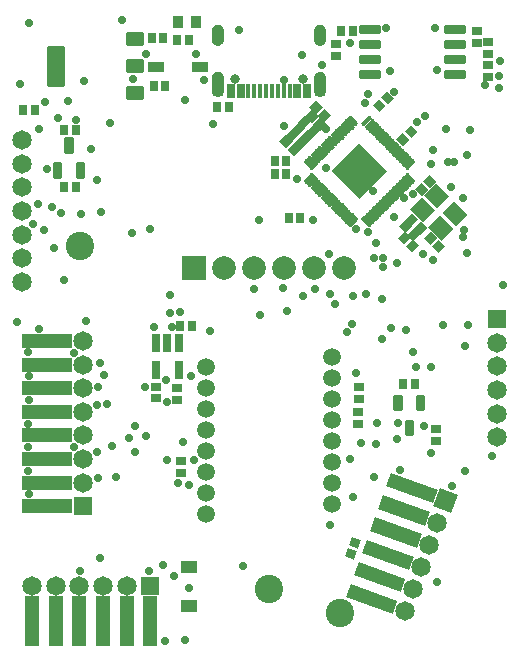
<source format=gbs>
G04 EAGLE Gerber RS-274X export*
G75*
%MOMM*%
%FSLAX34Y34*%
%LPD*%
%INSoldermask Bottom*%
%IPPOS*%
%AMOC8*
5,1,8,0,0,1.08239X$1,22.5*%
G01*
G04 Define Apertures*
%ADD10C,2.403200*%
%ADD11C,1.643200*%
%ADD12R,0.832300X0.763200*%
%ADD13R,0.763200X0.832300*%
%ADD14R,1.643200X1.643200*%
%ADD15R,4.203200X1.203200*%
%ADD16R,1.643200X1.643200*%
%ADD17R,1.203200X4.203200*%
%ADD18R,1.423200X1.113200*%
%ADD19R,0.400000X1.240000*%
%ADD20R,0.700000X1.240000*%
%ADD21C,0.803200*%
%ADD22R,0.815000X1.115000*%
%ADD23C,0.353406*%
%ADD24R,0.847200X0.738300*%
%ADD25R,0.738300X0.847200*%
%ADD26R,1.403200X0.903200*%
%ADD27C,1.503200*%
%ADD28R,0.762000X1.625600*%
%ADD29C,0.254016*%
%ADD30R,3.303200X3.303200*%
%ADD31C,0.339959*%
%ADD32C,0.393431*%
%ADD33C,0.344606*%
%ADD34R,1.403200X1.603200*%
%ADD35R,2.003200X2.003200*%
%ADD36C,2.003200*%
%ADD37C,0.705600*%
G36*
X-42126Y337824D02*
X-41059Y337450D01*
X-40101Y336849D01*
X-39302Y336049D01*
X-38700Y335091D01*
X-38326Y334024D01*
X-38200Y332903D01*
X-38200Y324897D01*
X-38326Y323776D01*
X-38700Y322709D01*
X-39302Y321751D01*
X-40101Y320952D01*
X-41059Y320350D01*
X-42126Y319976D01*
X-43250Y319850D01*
X-44374Y319976D01*
X-45441Y320350D01*
X-46399Y320952D01*
X-47199Y321751D01*
X-47800Y322709D01*
X-48174Y323776D01*
X-48300Y324897D01*
X-48300Y332903D01*
X-48174Y334024D01*
X-47800Y335091D01*
X-47199Y336049D01*
X-46399Y336849D01*
X-45441Y337450D01*
X-44374Y337824D01*
X-43250Y337950D01*
X-42126Y337824D01*
G37*
G36*
X44374Y337824D02*
X45441Y337450D01*
X46399Y336849D01*
X47199Y336049D01*
X47800Y335091D01*
X48174Y334024D01*
X48300Y332903D01*
X48300Y324897D01*
X48174Y323776D01*
X47800Y322709D01*
X47199Y321751D01*
X46399Y320952D01*
X45441Y320350D01*
X44374Y319976D01*
X43250Y319850D01*
X42126Y319976D01*
X41059Y320350D01*
X40101Y320952D01*
X39302Y321751D01*
X38700Y322709D01*
X38326Y323776D01*
X38200Y324897D01*
X38200Y332903D01*
X38326Y334024D01*
X38700Y335091D01*
X39302Y336049D01*
X40101Y336849D01*
X41059Y337450D01*
X42126Y337824D01*
X43250Y337950D01*
X44374Y337824D01*
G37*
G36*
X-42126Y297624D02*
X-41059Y297250D01*
X-40101Y296649D01*
X-39302Y295849D01*
X-38700Y294891D01*
X-38326Y293824D01*
X-38200Y292703D01*
X-38200Y281697D01*
X-38326Y280576D01*
X-38700Y279509D01*
X-39302Y278551D01*
X-40101Y277752D01*
X-41059Y277150D01*
X-42126Y276776D01*
X-43250Y276650D01*
X-44374Y276776D01*
X-45441Y277150D01*
X-46399Y277752D01*
X-47199Y278551D01*
X-47800Y279509D01*
X-48174Y280576D01*
X-48300Y281697D01*
X-48300Y292703D01*
X-48174Y293824D01*
X-47800Y294891D01*
X-47199Y295849D01*
X-46399Y296649D01*
X-45441Y297250D01*
X-44374Y297624D01*
X-43250Y297750D01*
X-42126Y297624D01*
G37*
G36*
X44374Y297624D02*
X45441Y297250D01*
X46399Y296649D01*
X47199Y295849D01*
X47800Y294891D01*
X48174Y293824D01*
X48300Y292703D01*
X48300Y281697D01*
X48174Y280576D01*
X47800Y279509D01*
X47199Y278551D01*
X46399Y277752D01*
X45441Y277150D01*
X44374Y276776D01*
X43250Y276650D01*
X42137Y276764D01*
X41076Y277123D01*
X40122Y277709D01*
X39322Y278493D01*
X38717Y279435D01*
X38336Y280488D01*
X38200Y281597D01*
X38200Y292603D01*
X38316Y293736D01*
X38683Y294817D01*
X39281Y295791D01*
X40081Y296606D01*
X41042Y297223D01*
X42116Y297611D01*
X43250Y297750D01*
X44374Y297624D01*
G37*
D10*
X-160000Y150000D03*
X0Y-140000D03*
X60000Y-160000D03*
D11*
X-209000Y240000D03*
D12*
X75900Y21054D03*
X75900Y30746D03*
D13*
G36*
X46816Y266660D02*
X52213Y261263D01*
X46330Y255380D01*
X40933Y260777D01*
X46816Y266660D01*
G37*
G36*
X39962Y273514D02*
X45359Y268117D01*
X39476Y262234D01*
X34079Y267631D01*
X39962Y273514D01*
G37*
G36*
X114317Y151809D02*
X108920Y157206D01*
X114803Y163089D01*
X120200Y157692D01*
X114317Y151809D01*
G37*
G36*
X121170Y144956D02*
X115773Y150353D01*
X121656Y156236D01*
X127053Y150839D01*
X121170Y144956D01*
G37*
G36*
X98996Y269048D02*
X93599Y263651D01*
X87716Y269534D01*
X93113Y274931D01*
X98996Y269048D01*
G37*
G36*
X105849Y275901D02*
X100452Y270504D01*
X94569Y276387D01*
X99966Y281784D01*
X105849Y275901D01*
G37*
G36*
X119213Y240230D02*
X113816Y234833D01*
X107933Y240716D01*
X113330Y246113D01*
X119213Y240230D01*
G37*
G36*
X126067Y247084D02*
X120670Y241687D01*
X114787Y247570D01*
X120184Y252967D01*
X126067Y247084D01*
G37*
G36*
X115331Y161488D02*
X109934Y166885D01*
X115817Y172768D01*
X121214Y167371D01*
X115331Y161488D01*
G37*
G36*
X122185Y154634D02*
X116788Y160031D01*
X122671Y165914D01*
X128068Y160517D01*
X122185Y154634D01*
G37*
X26546Y174323D03*
X16854Y174323D03*
X14446Y211000D03*
X4754Y211000D03*
G36*
X43570Y259113D02*
X48967Y253716D01*
X43084Y247833D01*
X37687Y253230D01*
X43570Y259113D01*
G37*
G36*
X36716Y265967D02*
X42113Y260570D01*
X36230Y254687D01*
X30833Y260084D01*
X36716Y265967D01*
G37*
X14646Y221900D03*
X4954Y221900D03*
G36*
X143670Y155813D02*
X149067Y150416D01*
X143184Y144533D01*
X137787Y149930D01*
X143670Y155813D01*
G37*
G36*
X136816Y162667D02*
X142213Y157270D01*
X136330Y151387D01*
X130933Y156784D01*
X136816Y162667D01*
G37*
D12*
X75800Y9646D03*
X75800Y-46D03*
D13*
G36*
X130787Y205370D02*
X136184Y210767D01*
X142067Y204884D01*
X136670Y199487D01*
X130787Y205370D01*
G37*
G36*
X123933Y198516D02*
X129330Y203913D01*
X135213Y198030D01*
X129816Y192633D01*
X123933Y198516D01*
G37*
G36*
X26870Y243313D02*
X32267Y237916D01*
X26384Y232033D01*
X20987Y237430D01*
X26870Y243313D01*
G37*
G36*
X20016Y250167D02*
X25413Y244770D01*
X19530Y238887D01*
X14133Y244284D01*
X20016Y250167D01*
G37*
X-207846Y265400D03*
X-198154Y265400D03*
G36*
X67742Y-103208D02*
X70353Y-96037D01*
X78172Y-98884D01*
X75561Y-106055D01*
X67742Y-103208D01*
G37*
G36*
X64428Y-112316D02*
X67039Y-105145D01*
X74858Y-107992D01*
X72247Y-115163D01*
X64428Y-112316D01*
G37*
X70946Y332700D03*
X61254Y332700D03*
X-75246Y82400D03*
X-65554Y82400D03*
D12*
X-95700Y31146D03*
X-95700Y21454D03*
D13*
X-99346Y326200D03*
X-89654Y326200D03*
X-97646Y285700D03*
X-87954Y285700D03*
G36*
X21570Y237913D02*
X26967Y232516D01*
X21084Y226633D01*
X15687Y232030D01*
X21570Y237913D01*
G37*
G36*
X14716Y244767D02*
X20113Y239370D01*
X14230Y233487D01*
X8833Y238884D01*
X14716Y244767D01*
G37*
D14*
X-157500Y-70000D03*
D11*
X-157500Y-50000D03*
X-157500Y-30000D03*
X-157500Y-10000D03*
X-157500Y10000D03*
X-157500Y30000D03*
X-157500Y50000D03*
X-157500Y70000D03*
D15*
X-187500Y-70000D03*
X-187500Y-50000D03*
X-187500Y-30000D03*
X-187500Y-10000D03*
X-187500Y10000D03*
X-187500Y30000D03*
X-187500Y50000D03*
X-187500Y70000D03*
D14*
X193329Y88498D03*
D11*
X193329Y68498D03*
X193329Y48498D03*
X193329Y28498D03*
X193329Y8498D03*
X193329Y-11502D03*
D16*
G36*
X144439Y-54444D02*
X159879Y-60064D01*
X154259Y-75504D01*
X138819Y-69884D01*
X144439Y-54444D01*
G37*
D11*
X142509Y-83768D03*
X135668Y-102562D03*
X128828Y-121356D03*
X121987Y-140150D03*
X115147Y-158944D03*
D15*
G36*
X103468Y-41873D02*
X142964Y-56248D01*
X138848Y-67555D01*
X99352Y-53180D01*
X103468Y-41873D01*
G37*
G36*
X96628Y-60667D02*
X136124Y-75042D01*
X132008Y-86349D01*
X92512Y-71974D01*
X96628Y-60667D01*
G37*
G36*
X89787Y-79460D02*
X129283Y-93835D01*
X125167Y-105142D01*
X85671Y-90767D01*
X89787Y-79460D01*
G37*
G36*
X82947Y-98254D02*
X122443Y-112629D01*
X118327Y-123936D01*
X78831Y-109561D01*
X82947Y-98254D01*
G37*
G36*
X76107Y-117048D02*
X115603Y-131423D01*
X111487Y-142730D01*
X71991Y-128355D01*
X76107Y-117048D01*
G37*
G36*
X69266Y-135842D02*
X108762Y-150217D01*
X104646Y-161524D01*
X65150Y-147149D01*
X69266Y-135842D01*
G37*
D14*
X-100500Y-137500D03*
D11*
X-120500Y-137500D03*
X-140500Y-137500D03*
X-160500Y-137500D03*
X-180500Y-137500D03*
X-200500Y-137500D03*
D17*
X-100500Y-167500D03*
X-120500Y-167500D03*
X-140500Y-167500D03*
X-160500Y-167500D03*
X-180500Y-167500D03*
X-200500Y-167500D03*
D18*
X-67300Y-154150D03*
X-67300Y-121450D03*
D11*
X-209000Y200000D03*
D19*
X-17500Y281400D03*
X-12500Y281400D03*
X-7500Y281400D03*
X17500Y281400D03*
X12500Y281400D03*
X7500Y281400D03*
X-2500Y281400D03*
X2500Y281400D03*
D20*
X-32000Y281400D03*
X32000Y281400D03*
X-24000Y281400D03*
X24000Y281400D03*
D21*
X-28900Y292100D03*
X28900Y292100D03*
D22*
X-76800Y339800D03*
X-61800Y339800D03*
D11*
X-209000Y220000D03*
X-209000Y180000D03*
X-209000Y160000D03*
X-209000Y140000D03*
X-209000Y120000D03*
D23*
X107051Y22799D02*
X107051Y12001D01*
X107051Y22799D02*
X111549Y22799D01*
X111549Y12001D01*
X107051Y12001D01*
X107051Y15358D02*
X111549Y15358D01*
X111549Y18715D02*
X107051Y18715D01*
X107051Y22072D02*
X111549Y22072D01*
X116551Y1599D02*
X116551Y-9199D01*
X116551Y1599D02*
X121049Y1599D01*
X121049Y-9199D01*
X116551Y-9199D01*
X116551Y-5842D02*
X121049Y-5842D01*
X121049Y-2485D02*
X116551Y-2485D01*
X116551Y872D02*
X121049Y872D01*
X126051Y12001D02*
X126051Y22799D01*
X130549Y22799D01*
X130549Y12001D01*
X126051Y12001D01*
X126051Y15358D02*
X130549Y15358D01*
X130549Y18715D02*
X126051Y18715D01*
X126051Y22072D02*
X130549Y22072D01*
X-157551Y208801D02*
X-157551Y219599D01*
X-157551Y208801D02*
X-162049Y208801D01*
X-162049Y219599D01*
X-157551Y219599D01*
X-157551Y212158D02*
X-162049Y212158D01*
X-162049Y215515D02*
X-157551Y215515D01*
X-157551Y218872D02*
X-162049Y218872D01*
X-167051Y230001D02*
X-167051Y240799D01*
X-167051Y230001D02*
X-171549Y230001D01*
X-171549Y240799D01*
X-167051Y240799D01*
X-167051Y233358D02*
X-171549Y233358D01*
X-171549Y236715D02*
X-167051Y236715D01*
X-167051Y240072D02*
X-171549Y240072D01*
X-176551Y219599D02*
X-176551Y208801D01*
X-181049Y208801D01*
X-181049Y219599D01*
X-176551Y219599D01*
X-176551Y212158D02*
X-181049Y212158D01*
X-181049Y215515D02*
X-176551Y215515D01*
X-176551Y218872D02*
X-181049Y218872D01*
D24*
X-77600Y30275D03*
X-77600Y20125D03*
D25*
G36*
X120426Y167084D02*
X115206Y172304D01*
X121196Y178294D01*
X126416Y173074D01*
X120426Y167084D01*
G37*
G36*
X127604Y159906D02*
X122384Y165126D01*
X128374Y171116D01*
X133594Y165896D01*
X127604Y159906D01*
G37*
X123875Y33500D03*
X113725Y33500D03*
D24*
X141100Y-14375D03*
X141100Y-4225D03*
D25*
X-173575Y200300D03*
X-163425Y200300D03*
X-173775Y248700D03*
X-163625Y248700D03*
D24*
X185300Y293525D03*
X185300Y303675D03*
X-74800Y-41975D03*
X-74800Y-31825D03*
D25*
X-33625Y268100D03*
X-43775Y268100D03*
D24*
X57000Y311625D03*
X57000Y321775D03*
X185500Y312725D03*
X185500Y322875D03*
X176400Y322625D03*
X176400Y332775D03*
D25*
G36*
X37974Y254016D02*
X43194Y248796D01*
X37204Y242806D01*
X31984Y248026D01*
X37974Y254016D01*
G37*
G36*
X30796Y261194D02*
X36016Y255974D01*
X30026Y249984D01*
X24806Y255204D01*
X30796Y261194D01*
G37*
G36*
X32574Y248516D02*
X37794Y243296D01*
X31804Y237306D01*
X26584Y242526D01*
X32574Y248516D01*
G37*
G36*
X25396Y255694D02*
X30616Y250474D01*
X24626Y244484D01*
X19406Y249704D01*
X25396Y255694D01*
G37*
X-67425Y324500D03*
X-77575Y324500D03*
D26*
X-95700Y302000D03*
X-58700Y302000D03*
D27*
X53500Y56600D03*
X53500Y38800D03*
X53500Y21000D03*
X53500Y3200D03*
X53500Y-14600D03*
X53500Y-32400D03*
X53500Y-50200D03*
X53500Y-68000D03*
X-53500Y-76900D03*
X-53500Y-59100D03*
X-53500Y-41300D03*
X-53500Y-23500D03*
X-53500Y-5700D03*
X-53500Y12100D03*
X-53500Y29900D03*
X-53500Y47700D03*
D28*
X-95400Y68044D03*
X-85900Y68044D03*
X-76400Y68044D03*
X-76400Y45156D03*
X-95400Y45156D03*
D29*
X115757Y210258D02*
X116812Y211313D01*
X122391Y205734D01*
X121336Y204679D01*
X115757Y210258D01*
X118923Y207092D02*
X121033Y207092D01*
X118620Y209505D02*
X116510Y209505D01*
X113983Y208484D02*
X112928Y207429D01*
X113983Y208484D02*
X119562Y202905D01*
X118507Y201850D01*
X112928Y207429D01*
X116094Y204263D02*
X118204Y204263D01*
X115791Y206676D02*
X113681Y206676D01*
X111155Y205656D02*
X110100Y204601D01*
X111155Y205656D02*
X116734Y200077D01*
X115679Y199022D01*
X110100Y204601D01*
X113266Y201435D02*
X115376Y201435D01*
X112963Y203848D02*
X110853Y203848D01*
X108327Y202827D02*
X107272Y201772D01*
X108327Y202827D02*
X113906Y197248D01*
X112851Y196193D01*
X107272Y201772D01*
X110438Y198606D02*
X112548Y198606D01*
X110135Y201019D02*
X108025Y201019D01*
X105498Y199999D02*
X104443Y198944D01*
X105498Y199999D02*
X111077Y194420D01*
X110022Y193365D01*
X104443Y198944D01*
X107609Y195778D02*
X109719Y195778D01*
X107306Y198191D02*
X105196Y198191D01*
X102670Y197171D02*
X101615Y196116D01*
X102670Y197171D02*
X108249Y191592D01*
X107194Y190537D01*
X101615Y196116D01*
X104781Y192950D02*
X106891Y192950D01*
X104478Y195363D02*
X102368Y195363D01*
X99841Y194342D02*
X98786Y193287D01*
X99841Y194342D02*
X105420Y188763D01*
X104365Y187708D01*
X98786Y193287D01*
X101952Y190121D02*
X104062Y190121D01*
X101649Y192534D02*
X99539Y192534D01*
X97013Y191514D02*
X95958Y190459D01*
X97013Y191514D02*
X102592Y185935D01*
X101537Y184880D01*
X95958Y190459D01*
X99124Y187293D02*
X101234Y187293D01*
X98821Y189706D02*
X96711Y189706D01*
X94185Y188685D02*
X93130Y187630D01*
X94185Y188685D02*
X99764Y183106D01*
X98709Y182051D01*
X93130Y187630D01*
X96296Y184464D02*
X98406Y184464D01*
X95993Y186877D02*
X93883Y186877D01*
X91356Y185857D02*
X90301Y184802D01*
X91356Y185857D02*
X96935Y180278D01*
X95880Y179223D01*
X90301Y184802D01*
X93467Y181636D02*
X95577Y181636D01*
X93164Y184049D02*
X91054Y184049D01*
X88528Y183028D02*
X87473Y181973D01*
X88528Y183028D02*
X94107Y177449D01*
X93052Y176394D01*
X87473Y181973D01*
X90639Y178807D02*
X92749Y178807D01*
X90336Y181220D02*
X88226Y181220D01*
X85699Y180200D02*
X84644Y179145D01*
X85699Y180200D02*
X91278Y174621D01*
X90223Y173566D01*
X84644Y179145D01*
X87810Y175979D02*
X89920Y175979D01*
X87507Y178392D02*
X85397Y178392D01*
X82871Y177372D02*
X81816Y176317D01*
X82871Y177372D02*
X88450Y171793D01*
X87395Y170738D01*
X81816Y176317D01*
X84982Y173151D02*
X87092Y173151D01*
X84679Y175564D02*
X82569Y175564D01*
X80042Y174543D02*
X78987Y173488D01*
X80042Y174543D02*
X85621Y168964D01*
X84566Y167909D01*
X78987Y173488D01*
X82153Y170322D02*
X84263Y170322D01*
X81850Y172735D02*
X79740Y172735D01*
X30409Y222066D02*
X31464Y223121D01*
X37043Y217542D01*
X35988Y216487D01*
X30409Y222066D01*
X33575Y218900D02*
X35685Y218900D01*
X33272Y221313D02*
X31162Y221313D01*
X33238Y224895D02*
X34293Y225950D01*
X39872Y220371D01*
X38817Y219316D01*
X33238Y224895D01*
X36404Y221729D02*
X38514Y221729D01*
X36101Y224142D02*
X33991Y224142D01*
X36066Y227723D02*
X37121Y228778D01*
X42700Y223199D01*
X41645Y222144D01*
X36066Y227723D01*
X39232Y224557D02*
X41342Y224557D01*
X38929Y226970D02*
X36819Y226970D01*
X38894Y230552D02*
X39949Y231607D01*
X45528Y226028D01*
X44473Y224973D01*
X38894Y230552D01*
X42060Y227386D02*
X44170Y227386D01*
X41757Y229799D02*
X39647Y229799D01*
X41723Y233380D02*
X42778Y234435D01*
X48357Y228856D01*
X47302Y227801D01*
X41723Y233380D01*
X44889Y230214D02*
X46999Y230214D01*
X44586Y232627D02*
X42476Y232627D01*
X44551Y236208D02*
X45606Y237263D01*
X51185Y231684D01*
X50130Y230629D01*
X44551Y236208D01*
X47717Y233042D02*
X49827Y233042D01*
X47414Y235455D02*
X45304Y235455D01*
X47380Y239037D02*
X48435Y240092D01*
X54014Y234513D01*
X52959Y233458D01*
X47380Y239037D01*
X50546Y235871D02*
X52656Y235871D01*
X50243Y238284D02*
X48133Y238284D01*
X50208Y241865D02*
X51263Y242920D01*
X56842Y237341D01*
X55787Y236286D01*
X50208Y241865D01*
X53374Y238699D02*
X55484Y238699D01*
X53071Y241112D02*
X50961Y241112D01*
X53037Y244694D02*
X54092Y245749D01*
X59671Y240170D01*
X58616Y239115D01*
X53037Y244694D01*
X56203Y241528D02*
X58313Y241528D01*
X55900Y243941D02*
X53790Y243941D01*
X55865Y247522D02*
X56920Y248577D01*
X62499Y242998D01*
X61444Y241943D01*
X55865Y247522D01*
X59031Y244356D02*
X61141Y244356D01*
X58728Y246769D02*
X56618Y246769D01*
X58693Y250351D02*
X59748Y251406D01*
X65327Y245827D01*
X64272Y244772D01*
X58693Y250351D01*
X61859Y247185D02*
X63969Y247185D01*
X61556Y249598D02*
X59446Y249598D01*
X61522Y253179D02*
X62577Y254234D01*
X68156Y248655D01*
X67101Y247600D01*
X61522Y253179D01*
X64688Y250013D02*
X66798Y250013D01*
X64385Y252426D02*
X62275Y252426D01*
X64350Y256007D02*
X65405Y257062D01*
X70984Y251483D01*
X69929Y250428D01*
X64350Y256007D01*
X67516Y252841D02*
X69626Y252841D01*
X67213Y255254D02*
X65103Y255254D01*
X67179Y258836D02*
X68234Y259891D01*
X73813Y254312D01*
X72758Y253257D01*
X67179Y258836D01*
X70345Y255670D02*
X72455Y255670D01*
X70042Y258083D02*
X67932Y258083D01*
X78987Y254312D02*
X84566Y259891D01*
X85621Y258836D01*
X80042Y253257D01*
X78987Y254312D01*
X80345Y255670D02*
X82455Y255670D01*
X82758Y258083D02*
X84868Y258083D01*
X87395Y257062D02*
X81816Y251483D01*
X87395Y257062D02*
X88450Y256007D01*
X82871Y250428D01*
X81816Y251483D01*
X83174Y252841D02*
X85284Y252841D01*
X85587Y255254D02*
X87697Y255254D01*
X90223Y254234D02*
X84644Y248655D01*
X90223Y254234D02*
X91278Y253179D01*
X85699Y247600D01*
X84644Y248655D01*
X86002Y250013D02*
X88112Y250013D01*
X88415Y252426D02*
X90525Y252426D01*
X93052Y251406D02*
X87473Y245827D01*
X93052Y251406D02*
X94107Y250351D01*
X88528Y244772D01*
X87473Y245827D01*
X88831Y247185D02*
X90941Y247185D01*
X91244Y249598D02*
X93354Y249598D01*
X95880Y248577D02*
X90301Y242998D01*
X95880Y248577D02*
X96935Y247522D01*
X91356Y241943D01*
X90301Y242998D01*
X91659Y244356D02*
X93769Y244356D01*
X94072Y246769D02*
X96182Y246769D01*
X98709Y245749D02*
X93130Y240170D01*
X98709Y245749D02*
X99764Y244694D01*
X94185Y239115D01*
X93130Y240170D01*
X94488Y241528D02*
X96598Y241528D01*
X96901Y243941D02*
X99011Y243941D01*
X101537Y242920D02*
X95958Y237341D01*
X101537Y242920D02*
X102592Y241865D01*
X97013Y236286D01*
X95958Y237341D01*
X97316Y238699D02*
X99426Y238699D01*
X99729Y241112D02*
X101839Y241112D01*
X104365Y240092D02*
X98786Y234513D01*
X104365Y240092D02*
X105420Y239037D01*
X99841Y233458D01*
X98786Y234513D01*
X100144Y235871D02*
X102254Y235871D01*
X102557Y238284D02*
X104667Y238284D01*
X107194Y237263D02*
X101615Y231684D01*
X107194Y237263D02*
X108249Y236208D01*
X102670Y230629D01*
X101615Y231684D01*
X102973Y233042D02*
X105083Y233042D01*
X105386Y235455D02*
X107496Y235455D01*
X110022Y234435D02*
X104443Y228856D01*
X110022Y234435D02*
X111077Y233380D01*
X105498Y227801D01*
X104443Y228856D01*
X105801Y230214D02*
X107911Y230214D01*
X108214Y232627D02*
X110324Y232627D01*
X112851Y231607D02*
X107272Y226028D01*
X112851Y231607D02*
X113906Y230552D01*
X108327Y224973D01*
X107272Y226028D01*
X108630Y227386D02*
X110740Y227386D01*
X111043Y229799D02*
X113153Y229799D01*
X115679Y228778D02*
X110100Y223199D01*
X115679Y228778D02*
X116734Y227723D01*
X111155Y222144D01*
X110100Y223199D01*
X111458Y224557D02*
X113568Y224557D01*
X113871Y226970D02*
X115981Y226970D01*
X118507Y225950D02*
X112928Y220371D01*
X118507Y225950D02*
X119562Y224895D01*
X113983Y219316D01*
X112928Y220371D01*
X114286Y221729D02*
X116396Y221729D01*
X116699Y224142D02*
X118809Y224142D01*
X121336Y223121D02*
X115757Y217542D01*
X121336Y223121D02*
X122391Y222066D01*
X116812Y216487D01*
X115757Y217542D01*
X117115Y218900D02*
X119225Y218900D01*
X119528Y221313D02*
X121638Y221313D01*
X72758Y174543D02*
X67179Y168964D01*
X72758Y174543D02*
X73813Y173488D01*
X68234Y167909D01*
X67179Y168964D01*
X68537Y170322D02*
X70647Y170322D01*
X70950Y172735D02*
X73060Y172735D01*
X69929Y177372D02*
X64350Y171793D01*
X69929Y177372D02*
X70984Y176317D01*
X65405Y170738D01*
X64350Y171793D01*
X65708Y173151D02*
X67818Y173151D01*
X68121Y175564D02*
X70231Y175564D01*
X67101Y180200D02*
X61522Y174621D01*
X67101Y180200D02*
X68156Y179145D01*
X62577Y173566D01*
X61522Y174621D01*
X62880Y175979D02*
X64990Y175979D01*
X65293Y178392D02*
X67403Y178392D01*
X64272Y183028D02*
X58693Y177449D01*
X64272Y183028D02*
X65327Y181973D01*
X59748Y176394D01*
X58693Y177449D01*
X60051Y178807D02*
X62161Y178807D01*
X62464Y181220D02*
X64574Y181220D01*
X61444Y185857D02*
X55865Y180278D01*
X61444Y185857D02*
X62499Y184802D01*
X56920Y179223D01*
X55865Y180278D01*
X57223Y181636D02*
X59333Y181636D01*
X59636Y184049D02*
X61746Y184049D01*
X58616Y188685D02*
X53037Y183106D01*
X58616Y188685D02*
X59671Y187630D01*
X54092Y182051D01*
X53037Y183106D01*
X54395Y184464D02*
X56505Y184464D01*
X56808Y186877D02*
X58918Y186877D01*
X55787Y191514D02*
X50208Y185935D01*
X55787Y191514D02*
X56842Y190459D01*
X51263Y184880D01*
X50208Y185935D01*
X51566Y187293D02*
X53676Y187293D01*
X53979Y189706D02*
X56089Y189706D01*
X52959Y194342D02*
X47380Y188763D01*
X52959Y194342D02*
X54014Y193287D01*
X48435Y187708D01*
X47380Y188763D01*
X48738Y190121D02*
X50848Y190121D01*
X51151Y192534D02*
X53261Y192534D01*
X50130Y197171D02*
X44551Y191592D01*
X50130Y197171D02*
X51185Y196116D01*
X45606Y190537D01*
X44551Y191592D01*
X45909Y192950D02*
X48019Y192950D01*
X48322Y195363D02*
X50432Y195363D01*
X47302Y199999D02*
X41723Y194420D01*
X47302Y199999D02*
X48357Y198944D01*
X42778Y193365D01*
X41723Y194420D01*
X43081Y195778D02*
X45191Y195778D01*
X45494Y198191D02*
X47604Y198191D01*
X44473Y202827D02*
X38894Y197248D01*
X44473Y202827D02*
X45528Y201772D01*
X39949Y196193D01*
X38894Y197248D01*
X40252Y198606D02*
X42362Y198606D01*
X42665Y201019D02*
X44775Y201019D01*
X41645Y205656D02*
X36066Y200077D01*
X41645Y205656D02*
X42700Y204601D01*
X37121Y199022D01*
X36066Y200077D01*
X37424Y201435D02*
X39534Y201435D01*
X39837Y203848D02*
X41947Y203848D01*
X38817Y208484D02*
X33238Y202905D01*
X38817Y208484D02*
X39872Y207429D01*
X34293Y201850D01*
X33238Y202905D01*
X34596Y204263D02*
X36706Y204263D01*
X37009Y206676D02*
X39119Y206676D01*
X35988Y211313D02*
X30409Y205734D01*
X35988Y211313D02*
X37043Y210258D01*
X31464Y204679D01*
X30409Y205734D01*
X31767Y207092D02*
X33877Y207092D01*
X34180Y209505D02*
X36290Y209505D01*
D30*
G36*
X53043Y213900D02*
X76400Y237257D01*
X99757Y213900D01*
X76400Y190543D01*
X53043Y213900D01*
G37*
D31*
X-107884Y329566D02*
X-119616Y329566D01*
X-107884Y329566D02*
X-107884Y321634D01*
X-119616Y321634D01*
X-119616Y329566D01*
X-119616Y324864D02*
X-107884Y324864D01*
X-107884Y328094D02*
X-119616Y328094D01*
X-119616Y306666D02*
X-107884Y306666D01*
X-107884Y298734D01*
X-119616Y298734D01*
X-119616Y306666D01*
X-119616Y301964D02*
X-107884Y301964D01*
X-107884Y305194D02*
X-119616Y305194D01*
X-119616Y283766D02*
X-107884Y283766D01*
X-107884Y275834D01*
X-119616Y275834D01*
X-119616Y283766D01*
X-119616Y279064D02*
X-107884Y279064D01*
X-107884Y282294D02*
X-119616Y282294D01*
D32*
X-175051Y317949D02*
X-186249Y317949D01*
X-175051Y317949D02*
X-175051Y287451D01*
X-186249Y287451D01*
X-186249Y317949D01*
X-186249Y291188D02*
X-175051Y291188D01*
X-175051Y294925D02*
X-186249Y294925D01*
X-186249Y298662D02*
X-175051Y298662D01*
X-175051Y302399D02*
X-186249Y302399D01*
X-186249Y306136D02*
X-175051Y306136D01*
X-175051Y309873D02*
X-186249Y309873D01*
X-186249Y313610D02*
X-175051Y313610D01*
X-175051Y317347D02*
X-186249Y317347D01*
D33*
X150207Y336125D02*
X164893Y336125D01*
X164893Y331739D01*
X150207Y331739D01*
X150207Y336125D01*
X150207Y335013D02*
X164893Y335013D01*
X164893Y323425D02*
X150207Y323425D01*
X164893Y323425D02*
X164893Y319039D01*
X150207Y319039D01*
X150207Y323425D01*
X150207Y322313D02*
X164893Y322313D01*
X164893Y310725D02*
X150207Y310725D01*
X164893Y310725D02*
X164893Y306339D01*
X150207Y306339D01*
X150207Y310725D01*
X150207Y309613D02*
X164893Y309613D01*
X164893Y298025D02*
X150207Y298025D01*
X164893Y298025D02*
X164893Y293639D01*
X150207Y293639D01*
X150207Y298025D01*
X150207Y296913D02*
X164893Y296913D01*
X92793Y298025D02*
X78107Y298025D01*
X92793Y298025D02*
X92793Y293639D01*
X78107Y293639D01*
X78107Y298025D01*
X78107Y296913D02*
X92793Y296913D01*
X92793Y310725D02*
X78107Y310725D01*
X92793Y310725D02*
X92793Y306339D01*
X78107Y306339D01*
X78107Y310725D01*
X78107Y309613D02*
X92793Y309613D01*
X92793Y323425D02*
X78107Y323425D01*
X92793Y323425D02*
X92793Y319039D01*
X78107Y319039D01*
X78107Y323425D01*
X78107Y322313D02*
X92793Y322313D01*
X92793Y336125D02*
X78107Y336125D01*
X92793Y336125D02*
X92793Y331739D01*
X78107Y331739D01*
X78107Y336125D01*
X78107Y335013D02*
X92793Y335013D01*
D34*
G36*
X131303Y193895D02*
X141225Y203817D01*
X152561Y192481D01*
X142639Y182559D01*
X131303Y193895D01*
G37*
G36*
X146860Y178339D02*
X156782Y188261D01*
X168118Y176925D01*
X158196Y167003D01*
X146860Y178339D01*
G37*
G36*
X134839Y166318D02*
X144761Y176240D01*
X156097Y164904D01*
X146175Y154982D01*
X134839Y166318D01*
G37*
G36*
X119283Y181875D02*
X129205Y191797D01*
X140541Y180461D01*
X130619Y170539D01*
X119283Y181875D01*
G37*
D35*
X-63500Y131840D03*
D36*
X-38100Y131840D03*
X-12700Y131840D03*
X12700Y131840D03*
X38100Y131840D03*
X63500Y131840D03*
D37*
X-145300Y206200D03*
X-86700Y-31100D03*
X109300Y600D03*
X115800Y78900D03*
X81200Y271500D03*
X69000Y321900D03*
X195000Y294100D03*
X195100Y284100D03*
X170521Y248468D03*
X150200Y249022D03*
X139000Y231444D03*
X137349Y219844D03*
X154400Y200400D03*
X198017Y117600D03*
X168200Y83800D03*
X165700Y66000D03*
X188800Y-27100D03*
X130900Y-2400D03*
X108400Y-12900D03*
X111200Y-39200D03*
X154700Y-52600D03*
X137500Y-25000D03*
X137200Y48200D03*
X147400Y83600D03*
X122100Y61000D03*
X70600Y84200D03*
X73500Y42500D03*
X91419Y100D03*
X78100Y-16700D03*
X89000Y-45100D03*
X90900Y-17700D03*
X68700Y-30000D03*
X71300Y-62100D03*
X51300Y-85900D03*
X-21713Y-120287D03*
X-80100Y-129300D03*
X-88300Y-184500D03*
X-101687Y-125113D03*
X-90100Y-119700D03*
X-143378Y-113952D03*
X-159700Y-125200D03*
X-129900Y-45100D03*
X-145100Y-46300D03*
X-132852Y-18926D03*
X-145437Y-24363D03*
X-165100Y-19800D03*
X-137026Y16900D03*
X-145587Y15487D03*
X-139820Y40863D03*
X-145000Y30900D03*
X-142614Y51700D03*
X-194800Y80200D03*
X-100600Y164900D03*
X-158800Y177100D03*
X-182000Y148600D03*
X-190790Y163990D03*
X-176240Y178540D03*
X-200187Y168587D03*
X-183866Y183766D03*
X-195813Y185813D03*
X23800Y206700D03*
X59300Y213900D03*
X67400Y220800D03*
X76400Y228700D03*
X68700Y206200D03*
X76500Y213600D03*
X85300Y220300D03*
X76000Y196700D03*
X84500Y205800D03*
X91700Y212400D03*
X99200Y334700D03*
X142700Y299300D03*
X102600Y298600D03*
X140400Y335256D03*
X-25700Y332900D03*
X45200Y303700D03*
X13000Y252100D03*
X-47600Y254000D03*
X-71300Y273700D03*
X-61600Y313200D03*
X-55000Y290800D03*
X-203500Y339500D03*
X-211100Y287100D03*
X-156500Y289800D03*
X-124100Y341400D03*
X-189400Y272600D03*
X-169900Y273200D03*
X-178700Y258800D03*
X-195000Y249500D03*
X-134300Y254800D03*
X-150800Y232700D03*
X-115900Y161200D03*
X-155000Y87100D03*
X-75400Y94200D03*
X-7900Y91900D03*
X-97400Y82034D03*
X-87200Y37100D03*
X-66300Y40400D03*
X-49900Y78600D03*
X-104756Y31100D03*
X-86600Y18000D03*
X-103800Y-10300D03*
X-72900Y-15800D03*
X-63800Y-31200D03*
X-67600Y-52000D03*
X-76800Y-49900D03*
X-12800Y114200D03*
X14900Y95400D03*
X12083Y114583D03*
X29000Y107600D03*
X38900Y114300D03*
X52000Y109400D03*
X71200Y107900D03*
X50900Y143356D03*
X108100Y136300D03*
X96156Y140300D03*
X88600Y140100D03*
X96156Y132700D03*
X90492Y152612D03*
X74000Y164800D03*
X84000Y162600D03*
X-104400Y312500D03*
X-115500Y291800D03*
X151312Y221756D03*
X156900Y221400D03*
X167600Y227300D03*
X125100Y255100D03*
X132300Y260200D03*
X84000Y279100D03*
X105529Y280568D03*
X114356Y190856D03*
X122100Y194600D03*
X-203800Y60800D03*
X-165300Y59900D03*
X-203400Y40000D03*
X-203500Y20000D03*
X-203600Y-100D03*
X-203600Y-20200D03*
X-203800Y-40100D03*
X-203500Y-60000D03*
X-118300Y-12500D03*
X55700Y101000D03*
X-113756Y-2400D03*
X-113413Y-23813D03*
X13100Y291100D03*
X27850Y311650D03*
X195300Y307000D03*
X183300Y286862D03*
X164933Y164000D03*
X65850Y77850D03*
X88100Y196500D03*
X106037Y175037D03*
X48722Y216122D03*
X48400Y249100D03*
X-163625Y257400D03*
X-84000Y109000D03*
X-84100Y93700D03*
X-82300Y82034D03*
X130400Y143700D03*
X138600Y138900D03*
X164169Y190800D03*
X164169Y157641D03*
X95551Y105771D03*
X103700Y80800D03*
X82300Y109871D03*
X95356Y71843D03*
X37200Y172002D03*
X-8800Y172002D03*
X-67700Y-138800D03*
X-173700Y121600D03*
X-213700Y85600D03*
X-70700Y-183300D03*
X167444Y144112D03*
X124100Y48100D03*
X142300Y-133800D03*
X165800Y-40500D03*
X-142500Y179500D03*
X-187600Y215800D03*
M02*

</source>
